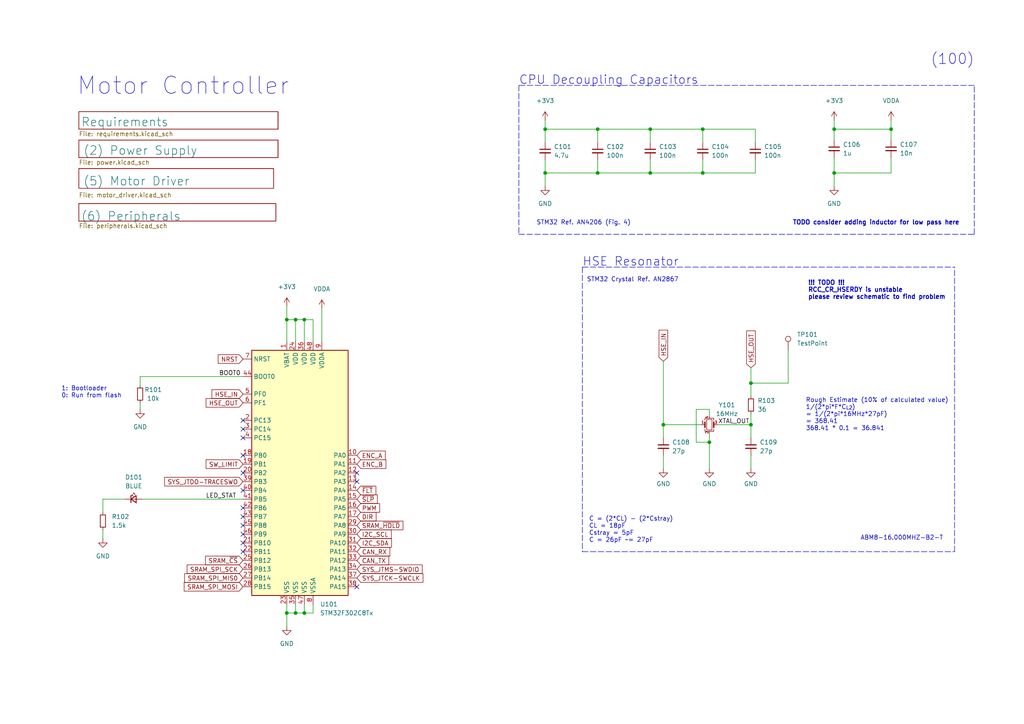
<source format=kicad_sch>
(kicad_sch (version 20211123) (generator eeschema)
  (paper "A4")
  (title_block (title "Microcontroller") (date "2022-10-30") (rev "HULA - 0.2") (company "Alexander S. Adranly"))
  (lib_symbols
    (symbol "Connector:TestPoint" (pin_numbers hide) (pin_names (offset 0.762) hide)
      (property "Reference" "TP" (at 0 6.858 0))
      (property "Value" "TestPoint" (at 0 5.08 0))
      (symbol "TestPoint_0_1"
        (circle (center 0 3.302) (radius 0.762))
      )
      (symbol "TestPoint_1_1"
        (pin passive line (at 0 0 90) (length 2.54) (name "1") (number "1"))
      )
    )
    (symbol "Device:C_Small" (pin_numbers hide) (pin_names (offset 0.254) hide)
      (property "Reference" "C" (at 0.254 1.778 0))
      (property "Value" "C_Small" (at 0.254 -2.032 0))
      (symbol "C_Small_0_1"
        (polyline (pts (xy -1.524 -0.508) (xy 1.524 -0.508)) (stroke (width 0.3302)))
        (polyline (pts (xy -1.524 0.508) (xy 1.524 0.508)) (stroke (width 0.3048)))
      )
      (symbol "C_Small_1_1"
        (pin passive line (at 0 2.54 270) (length 2.032) (name "~") (number "1"))
        (pin passive line (at 0 -2.54 90) (length 2.032) (name "~") (number "2"))
      )
    )
    (symbol "Device:Crystal_GND24_Small" (pin_names (offset 1.016) hide)
      (property "Reference" "Y" (at 1.27 4.445 0))
      (property "Value" "Crystal_GND24_Small" (at 1.27 2.54 0))
      (symbol "Crystal_GND24_Small_0_1"
        (rectangle (start -0.762 -1.524) (end 0.762 1.524))
        (polyline (pts (xy -1.27 -0.762) (xy -1.27 0.762)) (stroke (width 0.381)))
        (polyline (pts (xy 1.27 -0.762) (xy 1.27 0.762)) (stroke (width 0.381)))
        (polyline (pts (xy -1.27 -1.27) (xy -1.27 -1.905) (xy 1.27 -1.905) (xy 1.27 -1.27)))
        (polyline (pts (xy -1.27 1.27) (xy -1.27 1.905) (xy 1.27 1.905) (xy 1.27 1.27)))
      )
      (symbol "Crystal_GND24_Small_1_1"
        (pin passive line (at -2.54 0 0) (length 1.27) (name "1") (number "1"))
        (pin passive line (at 0 -2.54 90) (length 0.635) (name "2") (number "2"))
        (pin passive line (at 2.54 0 180) (length 1.27) (name "3") (number "3"))
        (pin passive line (at 0 2.54 270) (length 0.635) (name "4") (number "4"))
      )
    )
    (symbol "Device:LED_Small" (pin_numbers hide) (pin_names (offset 0.254) hide)
      (property "Reference" "D" (at -1.27 3.175 0))
      (property "Value" "LED_Small" (at -4.445 -2.54 0))
      (symbol "LED_Small_0_1"
        (polyline (pts (xy -0.762 -1.016) (xy -0.762 1.016)) (stroke (width 0.254)))
        (polyline (pts (xy 1.016 0) (xy -0.762 0)))
        (polyline (pts (xy 0.762 -1.016) (xy -0.762 0) (xy 0.762 1.016) (xy 0.762 -1.016)) (stroke (width 0.254)))
        (polyline (pts (xy 0 0.762) (xy -0.508 1.27) (xy -0.254 1.27) (xy -0.508 1.27) (xy -0.508 1.016)))
        (polyline (pts (xy 0.508 1.27) (xy 0 1.778) (xy 0.254 1.778) (xy 0 1.778) (xy 0 1.524)))
      )
      (symbol "LED_Small_1_1"
        (pin passive line (at -2.54 0 0) (length 1.778) (name "K") (number "1"))
        (pin passive line (at 2.54 0 180) (length 1.778) (name "A") (number "2"))
      )
    )
    (symbol "Device:R_Small" (pin_numbers hide) (pin_names (offset 0.254) hide)
      (property "Reference" "R" (at 0.762 0.508 0))
      (property "Value" "R_Small" (at 0.762 -1.016 0))
      (symbol "R_Small_0_1"
        (rectangle (start -0.762 1.778) (end 0.762 -1.778) (stroke (width 0.2032)))
      )
      (symbol "R_Small_1_1"
        (pin passive line (at 0 2.54 270) (length 0.762) (name "~") (number "1"))
        (pin passive line (at 0 -2.54 90) (length 0.762) (name "~") (number "2"))
      )
    )
    (symbol "MCU_ST_STM32F3:STM32F302C8Tx"
      (property "Reference" "U" (at -15.24 36.83 0))
      (property "Value" "STM32F302C8Tx" (at 7.62 36.83 0))
      (symbol "STM32F302C8Tx_0_1"
        (rectangle (start -15.24 -35.56) (end 12.7 35.56) (stroke (width 0.254)) (fill (type background)))
      )
      (symbol "STM32F302C8Tx_1_1"
        (pin power_in line (at -5.08 38.1 270) (length 2.54) (name "VBAT") (number "1"))
        (pin bidirectional line (at 15.24 5.08 180) (length 2.54) (name "PA0") (number "10"))
        (pin bidirectional line (at 15.24 2.54 180) (length 2.54) (name "PA1") (number "11"))
        (pin bidirectional line (at 15.24 0 180) (length 2.54) (name "PA2") (number "12"))
        (pin bidirectional line (at 15.24 -2.54 180) (length 2.54) (name "PA3") (number "13"))
        (pin bidirectional line (at 15.24 -5.08 180) (length 2.54) (name "PA4") (number "14"))
        (pin bidirectional line (at 15.24 -7.62 180) (length 2.54) (name "PA5") (number "15"))
        (pin bidirectional line (at 15.24 -10.16 180) (length 2.54) (name "PA6") (number "16"))
        (pin bidirectional line (at 15.24 -12.7 180) (length 2.54) (name "PA7") (number "17"))
        (pin bidirectional line (at -17.78 5.08 0) (length 2.54) (name "PB0") (number "18"))
        (pin bidirectional line (at -17.78 2.54 0) (length 2.54) (name "PB1") (number "19"))
        (pin bidirectional line (at -17.78 15.24 0) (length 2.54) (name "PC13") (number "2"))
        (pin bidirectional line (at -17.78 0 0) (length 2.54) (name "PB2") (number "20"))
        (pin bidirectional line (at -17.78 -20.32 0) (length 2.54) (name "PB10") (number "21"))
        (pin bidirectional line (at -17.78 -22.86 0) (length 2.54) (name "PB11") (number "22"))
        (pin power_in line (at -5.08 -38.1 90) (length 2.54) (name "VSS") (number "23"))
        (pin power_in line (at -2.54 38.1 270) (length 2.54) (name "VDD") (number "24"))
        (pin bidirectional line (at -17.78 -25.4 0) (length 2.54) (name "PB12") (number "25"))
        (pin bidirectional line (at -17.78 -27.94 0) (length 2.54) (name "PB13") (number "26"))
        (pin bidirectional line (at -17.78 -30.48 0) (length 2.54) (name "PB14") (number "27"))
        (pin bidirectional line (at -17.78 -33.02 0) (length 2.54) (name "PB15") (number "28"))
        (pin bidirectional line (at 15.24 -15.24 180) (length 2.54) (name "PA8") (number "29"))
        (pin bidirectional line (at -17.78 12.7 0) (length 2.54) (name "PC14") (number "3"))
        (pin bidirectional line (at 15.24 -17.78 180) (length 2.54) (name "PA9") (number "30"))
        (pin bidirectional line (at 15.24 -20.32 180) (length 2.54) (name "PA10") (number "31"))
        (pin bidirectional line (at 15.24 -22.86 180) (length 2.54) (name "PA11") (number "32"))
        (pin bidirectional line (at 15.24 -25.4 180) (length 2.54) (name "PA12") (number "33"))
        (pin bidirectional line (at 15.24 -27.94 180) (length 2.54) (name "PA13") (number "34"))
        (pin power_in line (at -2.54 -38.1 90) (length 2.54) (name "VSS") (number "35"))
        (pin power_in line (at 0 38.1 270) (length 2.54) (name "VDD") (number "36"))
        (pin bidirectional line (at 15.24 -30.48 180) (length 2.54) (name "PA14") (number "37"))
        (pin bidirectional line (at 15.24 -33.02 180) (length 2.54) (name "PA15") (number "38"))
        (pin bidirectional line (at -17.78 -2.54 0) (length 2.54) (name "PB3") (number "39"))
        (pin bidirectional line (at -17.78 10.16 0) (length 2.54) (name "PC15") (number "4"))
        (pin bidirectional line (at -17.78 -5.08 0) (length 2.54) (name "PB4") (number "40"))
        (pin bidirectional line (at -17.78 -7.62 0) (length 2.54) (name "PB5") (number "41"))
        (pin bidirectional line (at -17.78 -10.16 0) (length 2.54) (name "PB6") (number "42"))
        (pin bidirectional line (at -17.78 -12.7 0) (length 2.54) (name "PB7") (number "43"))
        (pin input line (at -17.78 27.94 0) (length 2.54) (name "BOOT0") (number "44"))
        (pin bidirectional line (at -17.78 -15.24 0) (length 2.54) (name "PB8") (number "45"))
        (pin bidirectional line (at -17.78 -17.78 0) (length 2.54) (name "PB9") (number "46"))
        (pin power_in line (at 0 -38.1 90) (length 2.54) (name "VSS") (number "47"))
        (pin power_in line (at 2.54 38.1 270) (length 2.54) (name "VDD") (number "48"))
        (pin input line (at -17.78 22.86 0) (length 2.54) (name "PF0") (number "5"))
        (pin input line (at -17.78 20.32 0) (length 2.54) (name "PF1") (number "6"))
        (pin input line (at -17.78 33.02 0) (length 2.54) (name "NRST") (number "7"))
        (pin power_in line (at 2.54 -38.1 90) (length 2.54) (name "VSSA") (number "8"))
        (pin power_in line (at 5.08 38.1 270) (length 2.54) (name "VDDA") (number "9"))
      )
    )
    (symbol "power:+3.3V" (power) (pin_names (offset 0))
      (property "Value" "+3.3V" (at 0 3.556 0))
      (symbol "+3.3V_0_1"
        (polyline (pts (xy -0.762 1.27) (xy 0 2.54)))
        (polyline (pts (xy 0 0) (xy 0 2.54)))
        (polyline (pts (xy 0 2.54) (xy 0.762 1.27)))
      )
      (symbol "+3.3V_1_1"
        (pin power_in line (at 0 0 90) (length 0) hide (name "+3V3") (number "1"))
      )
    )
    (symbol "power:GND" (power) (pin_names (offset 0))
      (property "Value" "GND" (at 0 -3.81 0))
      (symbol "GND_0_1"
        (polyline (pts (xy 0 0) (xy 0 -1.27) (xy 1.27 -1.27) (xy 0 -2.54) (xy -1.27 -1.27) (xy 0 -1.27)))
      )
      (symbol "GND_1_1"
        (pin power_in line (at 0 0 270) (length 0) hide (name "GND") (number "1"))
      )
    )
    (symbol "power:VDDA" (power) (pin_names (offset 0))
      (property "Value" "VDDA" (at 0 3.81 0))
      (symbol "VDDA_0_1"
        (polyline (pts (xy -0.762 1.27) (xy 0 2.54)))
        (polyline (pts (xy 0 0) (xy 0 2.54)))
        (polyline (pts (xy 0 2.54) (xy 0.762 1.27)))
      )
      (symbol "VDDA_1_1"
        (pin power_in line (at 0 0 90) (length 0) hide (name "VDDA") (number "1"))
      )
    )
  )
  (junction (at 173.355 37.465))
  (junction (at 83.185 177.8))
  (junction (at 241.935 50.165))
  (junction (at 205.74 128.27))
  (junction (at 217.805 111.125))
  (junction (at 88.265 92.71))
  (junction (at 203.835 50.165))
  (junction (at 83.185 92.71))
  (junction (at 188.595 50.165))
  (junction (at 217.805 123.19))
  (junction (at 188.595 37.465))
  (junction (at 173.355 50.165))
  (junction (at 85.725 177.8))
  (junction (at 85.725 92.71))
  (junction (at 158.115 50.165))
  (junction (at 203.835 37.465))
  (junction (at 241.935 37.465))
  (junction (at 158.115 37.465))
  (junction (at 258.445 37.465))
  (junction (at 88.265 177.8))
  (junction (at 192.405 123.19))
  (no_connect (at 70.485 154.94))
  (no_connect (at 70.485 152.4))
  (no_connect (at 103.505 137.16))
  (no_connect (at 70.485 157.48))
  (no_connect (at 70.485 160.02))
  (no_connect (at 70.485 132.08))
  (no_connect (at 70.485 137.16))
  (no_connect (at 70.485 142.24))
  (no_connect (at 70.485 121.92))
  (no_connect (at 70.485 124.46))
  (no_connect (at 70.485 127))
  (no_connect (at 70.485 147.32))
  (no_connect (at 70.485 149.86))
  (no_connect (at 103.505 170.18))
  (no_connect (at 103.505 139.7))
  (wire (pts (xy 83.185 175.26) (xy 83.185 177.8)))
  (wire (pts (xy 217.805 120.015) (xy 217.805 123.19)))
  (wire (pts (xy 90.805 92.71) (xy 88.265 92.71)))
  (wire (pts (xy 88.265 99.06) (xy 88.265 92.71)))
  (wire (pts (xy 41.275 144.78) (xy 70.485 144.78)))
  (wire (pts (xy 208.28 123.19) (xy 217.805 123.19)))
  (wire (pts (xy 90.805 175.26) (xy 90.805 177.8)))
  (wire (pts (xy 217.805 135.89) (xy 217.805 132.08)))
  (wire (pts (xy 29.845 144.78) (xy 36.195 144.78)))
  (polyline (pts (xy 276.86 160.02) (xy 276.86 77.47)))
  (wire (pts (xy 40.64 111.76) (xy 40.64 109.22)))
  (wire (pts (xy 205.74 125.73) (xy 205.74 128.27)))
  (wire (pts (xy 205.74 128.27) (xy 205.74 135.89)))
  (wire (pts (xy 258.445 50.165) (xy 241.935 50.165)))
  (wire (pts (xy 40.64 118.745) (xy 40.64 116.84)))
  (wire (pts (xy 228.6 111.125) (xy 217.805 111.125)))
  (polyline (pts (xy 168.91 77.47) (xy 168.91 160.02)))
  (wire (pts (xy 192.405 123.19) (xy 192.405 127)))
  (polyline (pts (xy 150.495 24.765) (xy 150.495 67.945)))
  (wire (pts (xy 205.74 118.745) (xy 201.93 118.745)))
  (wire (pts (xy 188.595 50.165) (xy 173.355 50.165)))
  (wire (pts (xy 241.935 37.465) (xy 241.935 40.64)))
  (wire (pts (xy 173.355 46.355) (xy 173.355 50.165)))
  (wire (pts (xy 219.075 50.165) (xy 203.835 50.165)))
  (wire (pts (xy 90.805 99.06) (xy 90.805 92.71)))
  (wire (pts (xy 219.075 41.275) (xy 219.075 37.465)))
  (wire (pts (xy 258.445 40.64) (xy 258.445 37.465)))
  (wire (pts (xy 88.265 175.26) (xy 88.265 177.8)))
  (wire (pts (xy 203.835 50.165) (xy 188.595 50.165)))
  (wire (pts (xy 258.445 34.925) (xy 258.445 37.465)))
  (wire (pts (xy 201.93 128.27) (xy 205.74 128.27)))
  (wire (pts (xy 173.355 37.465) (xy 188.595 37.465)))
  (wire (pts (xy 258.445 45.72) (xy 258.445 50.165)))
  (polyline (pts (xy 168.91 77.47) (xy 276.86 77.47)))
  (wire (pts (xy 158.115 37.465) (xy 158.115 41.275)))
  (wire (pts (xy 192.405 123.19) (xy 203.2 123.19)))
  (wire (pts (xy 205.74 120.65) (xy 205.74 118.745)))
  (wire (pts (xy 188.595 41.275) (xy 188.595 37.465)))
  (wire (pts (xy 83.185 92.71) (xy 83.185 99.06)))
  (wire (pts (xy 219.075 37.465) (xy 203.835 37.465)))
  (wire (pts (xy 241.935 34.925) (xy 241.935 37.465)))
  (wire (pts (xy 173.355 41.275) (xy 173.355 37.465)))
  (wire (pts (xy 85.725 92.71) (xy 83.185 92.71)))
  (wire (pts (xy 93.345 89.535) (xy 93.345 99.06)))
  (wire (pts (xy 158.115 34.925) (xy 158.115 37.465)))
  (wire (pts (xy 258.445 37.465) (xy 241.935 37.465)))
  (wire (pts (xy 40.64 109.22) (xy 70.485 109.22)))
  (polyline (pts (xy 282.575 67.945) (xy 282.575 24.765)))
  (wire (pts (xy 83.185 88.9) (xy 83.185 92.71)))
  (wire (pts (xy 241.935 50.165) (xy 241.935 53.975)))
  (wire (pts (xy 88.265 92.71) (xy 85.725 92.71)))
  (wire (pts (xy 88.265 177.8) (xy 85.725 177.8)))
  (wire (pts (xy 158.115 37.465) (xy 173.355 37.465)))
  (wire (pts (xy 158.115 46.355) (xy 158.115 50.165)))
  (wire (pts (xy 217.805 106.68) (xy 217.805 111.125)))
  (wire (pts (xy 29.845 148.59) (xy 29.845 144.78)))
  (wire (pts (xy 83.185 177.8) (xy 83.185 181.61)))
  (wire (pts (xy 201.93 118.745) (xy 201.93 128.27)))
  (polyline (pts (xy 282.575 24.765) (xy 150.495 24.765)))
  (wire (pts (xy 188.595 37.465) (xy 203.835 37.465)))
  (wire (pts (xy 90.805 177.8) (xy 88.265 177.8)))
  (wire (pts (xy 85.725 99.06) (xy 85.725 92.71)))
  (wire (pts (xy 192.405 135.89) (xy 192.405 132.08)))
  (wire (pts (xy 85.725 175.26) (xy 85.725 177.8)))
  (polyline (pts (xy 168.91 160.02) (xy 276.86 160.02)))
  (wire (pts (xy 29.845 156.21) (xy 29.845 153.67)))
  (wire (pts (xy 203.835 41.275) (xy 203.835 37.465)))
  (wire (pts (xy 85.725 177.8) (xy 83.185 177.8)))
  (wire (pts (xy 158.115 50.165) (xy 158.115 53.975)))
  (wire (pts (xy 219.075 46.355) (xy 219.075 50.165)))
  (wire (pts (xy 217.805 111.125) (xy 217.805 114.935)))
  (wire (pts (xy 241.935 45.72) (xy 241.935 50.165)))
  (wire (pts (xy 203.835 46.355) (xy 203.835 50.165)))
  (wire (pts (xy 192.405 104.775) (xy 192.405 123.19)))
  (wire (pts (xy 228.6 101.6) (xy 228.6 111.125)))
  (wire (pts (xy 217.805 123.19) (xy 217.805 127)))
  (wire (pts (xy 173.355 50.165) (xy 158.115 50.165)))
  (wire (pts (xy 188.595 46.355) (xy 188.595 50.165)))
  (polyline (pts (xy 150.495 67.945) (xy 282.575 67.945)))
  (text "Motor Controller" (at 22.225 27.94 0) (effects (font (size 5 5)) (justify left bottom)))
  (text "Rough Estimate (10% of calculated value)\n1/(2*pi*F*C_{L2})\n= 1/(2*pi*16MHz*27pF)\n= 368.41\n368.41 * 0.1 = 36.841" (at 233.68 125.095 0) (effects (font (size 1.27 1.27)) (justify left bottom)))
  (text "1: Bootloader\n0: Run from flash" (at 17.78 115.57 0) (effects (font (size 1.27 1.27)) (justify left bottom)))
  (text "!!! TODO !!!\nRCC_CR_HSERDY is unstable\nplease review schematic to find problem" (at 234.315 86.995 0) (effects (font (size 1.27 1.27) (thickness 0.254) bold) (justify left bottom)))
  (text "HSE Resonator" (at 168.91 77.47 0) (effects (font (size 2.5 2.5)) (justify left bottom)))
  (text "TODO consider adding inductor for low pass here" (at 229.87 65.405 0) (effects (font (size 1.27 1.27) (thickness 0.254) bold) (justify left bottom)))
  (text "CPU Decoupling Capacitors" (at 150.495 24.765 0) (effects (font (size 2.5 2.5)) (justify left bottom)))
  (text "STM32 Ref. AN4206 (Fig. 4)" (at 155.575 65.405 0) (effects (font (size 1.27 1.27)) (justify left bottom)))
  (text "STM32 Crystal Ref. AN2867" (at 170.18 81.915 0) (effects (font (size 1.27 1.27)) (justify left bottom)))
  (text "(100)" (at 269.875 19.05 0) (effects (font (size 3 3)) (justify left bottom)))
  (text "C = (2*CL) - (2*Cstray)\nCL = 18pF\nCstray = 5pF\nC = 26pF ~= 27pF" (at 170.815 157.48 0) (effects (font (size 1.27 1.27)) (justify left bottom)))
  (text "ABM8-16.000MHZ-B2-T" (at 249.555 156.845 0) (effects (font (size 1.27 1.27)) (justify left bottom)))
  (label "BOOT0" (at 63.5 109.22 0))
  (label "XTAL_OUT" (at 208.28 123.19 0))
  (label "LED_STAT" (at 59.69 144.78 0))
  (global_label "HSE_OUT" (shape input) (at 70.485 116.84 180) (property "Intersheet References" "${INTERSHEET_REFS}" (effects hide)))
  (global_label "CAN_RX" (shape input) (at 103.505 160.02 0) (property "Intersheet References" "${INTERSHEET_REFS}" (effects hide)))
  (global_label "DIR" (shape input) (at 103.505 149.86 0) (property "Intersheet References" "${INTERSHEET_REFS}" (effects hide)))
  (global_label "SRAM_~{CS}" (shape input) (at 70.485 162.56 180) (property "Intersheet References" "${INTERSHEET_REFS}" (effects hide)))
  (global_label "I2C_SCL" (shape input) (at 103.505 154.94 0) (property "Intersheet References" "${INTERSHEET_REFS}" (effects hide)))
  (global_label "SRAM_SPI_MOSI" (shape input) (at 70.485 170.18 180) (property "Intersheet References" "${INTERSHEET_REFS}" (effects hide)))
  (global_label "I2C_SDA" (shape input) (at 103.505 157.48 0) (property "Intersheet References" "${INTERSHEET_REFS}" (effects hide)))
  (global_label "SYS_JTCK-SWCLK" (shape input) (at 103.505 167.64 0) (property "Intersheet References" "${INTERSHEET_REFS}" (effects hide)))
  (global_label "NRST" (shape input) (at 70.485 104.14 180) (property "Intersheet References" "${INTERSHEET_REFS}" (effects hide)))
  (global_label "SYS_JTDO-TRACESWO" (shape input) (at 70.485 139.7 180) (property "Intersheet References" "${INTERSHEET_REFS}" (effects hide)))
  (global_label "~{FLT}" (shape input) (at 103.505 142.24 0) (property "Intersheet References" "${INTERSHEET_REFS}" (effects hide)))
  (global_label "HSE_OUT" (shape input) (at 217.805 106.68 90) (property "Intersheet References" "${INTERSHEET_REFS}" (effects hide)))
  (global_label "SRAM_SPI_SCK" (shape input) (at 70.485 165.1 180) (property "Intersheet References" "${INTERSHEET_REFS}" (effects hide)))
  (global_label "~{SLP}" (shape input) (at 103.505 144.78 0) (property "Intersheet References" "${INTERSHEET_REFS}" (effects hide)))
  (global_label "SW_LIMIT" (shape input) (at 70.485 134.62 180) (property "Intersheet References" "${INTERSHEET_REFS}" (effects hide)))
  (global_label "SRAM_SPI_MIS0" (shape input) (at 70.485 167.64 180) (property "Intersheet References" "${INTERSHEET_REFS}" (effects hide)))
  (global_label "HSE_IN" (shape input) (at 192.405 104.775 90) (property "Intersheet References" "${INTERSHEET_REFS}" (effects hide)))
  (global_label "ENC_B" (shape input) (at 103.505 134.62 0) (property "Intersheet References" "${INTERSHEET_REFS}" (effects hide)))
  (global_label "PWM" (shape input) (at 103.505 147.32 0) (property "Intersheet References" "${INTERSHEET_REFS}" (effects hide)))
  (global_label "CAN_TX" (shape input) (at 103.505 162.56 0) (property "Intersheet References" "${INTERSHEET_REFS}" (effects hide)))
  (global_label "HSE_IN" (shape input) (at 70.485 114.3 180) (property "Intersheet References" "${INTERSHEET_REFS}" (effects hide)))
  (global_label "SRAM_~{HOLD}" (shape input) (at 103.505 152.4 0) (property "Intersheet References" "${INTERSHEET_REFS}" (effects hide)))
  (global_label "ENC_A" (shape input) (at 103.505 132.08 0) (property "Intersheet References" "${INTERSHEET_REFS}" (effects hide)))
  (global_label "SYS_JTMS-SWDIO" (shape input) (at 103.505 165.1 0) (property "Intersheet References" "${INTERSHEET_REFS}" (effects hide)))
  (symbol (lib_id "Device:LED_Small") (at 38.735 144.78 0) (unit 1)
    (property "Reference" "D101" (at 38.7985 138.43 0))
    (property "Value" "BLUE" (at 38.7985 140.97 0))
    (property "Footprint" "LED_SMD:LED_0603_1608Metric" (effects hide))
    (property "Manufacturer_Name" "Everlight Elec" (effects hide))
    (property "Manufacturer_Part_Number" "19-217/BHC-ZL1M2RY/3T" (effects hide))
  )
  (symbol (lib_id "Device:C_Small") (at 158.115 43.815 0) (unit 1)
    (property "Reference" "C101" (at 160.655 42.5512 0) (effects (justify left)))
    (property "Value" "4.7u" (at 160.655 45.0912 0) (effects (justify left)))
    (property "Footprint" "Capacitor_SMD:C_0603_1608Metric" (effects hide))
    (property "Manufacturer_Name" "Samsung Electro-Mechanics" (effects hide))
    (property "Manufacturer_Part_Number" "CL10A475KO8NNNC" (effects hide))
    (property "Description" "MLCC, 10%" (effects hide))
  )
  (symbol (lib_id "power:GND") (at 192.405 135.89 0) (unit 1)
    (property "Reference" "#PWR01" (effects hide))
    (property "Value" "GND" (at 192.405 140.335 0))
  )
  (symbol (lib_id "Device:C_Small") (at 192.405 129.54 0) (unit 1)
    (property "Reference" "C108" (at 194.945 128.2762 0) (effects (justify left)))
    (property "Value" "27p" (at 194.945 130.8162 0) (effects (justify left)))
    (property "Footprint" "Capacitor_SMD:C_0603_1608Metric" (effects hide))
    (property "Manufacturer_Name" "Murata Electronics" (effects hide))
    (property "Manufacturer_Part_Number" "GRM1885C1H270FA01D" (effects hide))
    (property "Description" "MLCC, 1%" (effects hide))
  )
  (symbol (lib_id "power:GND") (at 205.74 135.89 0) (unit 1)
    (property "Reference" "#PWR03" (effects hide))
    (property "Value" "GND" (at 205.74 140.335 0))
  )
  (symbol (lib_id "power:+3.3V") (at 241.935 34.925 0) (unit 1)
    (property "Reference" "#PWR011" (effects hide))
    (property "Value" "+3.3V" (at 241.935 29.21 0))
  )
  (symbol (lib_id "power:GND") (at 217.805 135.89 0) (unit 1)
    (property "Reference" "#PWR04" (effects hide))
    (property "Value" "GND" (at 217.805 140.335 0))
  )
  (symbol (lib_id "Device:C_Small") (at 217.805 129.54 0) (unit 1)
    (property "Reference" "C109" (at 220.345 128.2762 0) (effects (justify left)))
    (property "Value" "27p" (at 220.345 130.8162 0) (effects (justify left)))
    (property "Footprint" "Capacitor_SMD:C_0603_1608Metric" (effects hide))
    (property "Manufacturer_Name" "Murata Electronics" (effects hide))
    (property "Manufacturer_Part_Number" "GRM1885C1H270FA01D" (effects hide))
    (property "Description" "MLCC, 1%" (effects hide))
  )
  (symbol (lib_id "Device:R_Small") (at 29.845 151.13 0) (unit 1)
    (property "Reference" "R102" (at 32.385 149.8599 0) (effects (justify left)))
    (property "Value" "1.5k" (at 32.385 152.3999 0) (effects (justify left)))
    (property "Footprint" "Resistor_SMD:R_0603_1608Metric" (effects hide))
    (property "Manufacturer_Name" "UNI-ROYAL(Uniroyal Elec)" (effects hide))
    (property "Manufacturer_Part_Number" "0603WAF1501T5E" (effects hide))
  )
  (symbol (lib_id "Device:C_Small") (at 241.935 43.18 0) (unit 1)
    (property "Reference" "C106" (at 244.475 41.9162 0) (effects (justify left)))
    (property "Value" "1u" (at 244.475 44.4562 0) (effects (justify left)))
    (property "Footprint" "Capacitor_SMD:C_0603_1608Metric" (effects hide))
    (property "Manufacturer_Name" "Samsung Electro-Mechanics" (effects hide))
    (property "Manufacturer_Part_Number" "CL10A105KB8NNNC" (effects hide))
    (property "Description" "MLCC, 10%" (effects hide))
  )
  (symbol (lib_id "Device:C_Small") (at 203.835 43.815 0) (unit 1)
    (property "Reference" "C104" (at 206.375 42.5512 0) (effects (justify left)))
    (property "Value" "100n" (at 206.375 45.0912 0) (effects (justify left)))
    (property "Footprint" "Capacitor_SMD:C_0402_1005Metric" (effects hide))
    (property "Manufacturer_Name" "Samsung Electro-Mechanics" (effects hide))
    (property "Manufacturer_Part_Number" "CL05B104KB54PNC" (effects hide))
    (property "Description" "MLCC, 10%" (effects hide))
  )
  (symbol (lib_id "power:+3.3V") (at 158.115 34.925 0) (unit 1)
    (property "Reference" "#PWR09" (effects hide))
    (property "Value" "+3.3V" (at 158.115 29.21 0))
  )
  (symbol (lib_id "Device:C_Small") (at 258.445 43.18 0) (unit 1)
    (property "Reference" "C107" (at 260.985 41.9162 0) (effects (justify left)))
    (property "Value" "10n" (at 260.985 44.4562 0) (effects (justify left)))
    (property "Footprint" "Capacitor_SMD:C_0402_1005Metric" (effects hide))
    (property "Manufacturer_Name" "Samsung Electro-Mechanics" (effects hide))
    (property "Manufacturer_Part_Number" "CL05B103KB5NNNC" (effects hide))
    (property "Description" "MLCC, 10%" (effects hide))
  )
  (symbol (lib_id "power:VDDA") (at 93.345 89.535 0) (unit 1)
    (property "Reference" "#PWR0102" (effects hide))
    (property "Value" "VDDA" (at 93.345 83.82 0))
  )
  (symbol (lib_id "power:VDDA") (at 258.445 34.925 0) (unit 1)
    (property "Reference" "#PWR0101" (effects hide))
    (property "Value" "VDDA" (at 258.445 29.21 0))
  )
  (symbol (lib_id "Connector:TestPoint") (at 228.6 101.6 0) (unit 1)
    (property "Reference" "TP101" (at 231.14 97.0279 0) (effects (justify left)))
    (property "Value" "TestPoint" (at 231.14 99.5679 0) (effects (justify left)))
    (property "Footprint" "TestPoint:TestPoint_Pad_1.5x1.5mm" (effects hide))
  )
  (symbol (lib_id "Device:R_Small") (at 217.805 117.475 0) (unit 1)
    (property "Reference" "R103" (at 219.71 116.2049 0) (effects (justify left)))
    (property "Value" "36" (at 219.71 118.7449 0) (effects (justify left)))
    (property "Footprint" "Resistor_SMD:R_0402_1005Metric" (effects hide))
    (property "Manufacturer_Name" "RALEC" (effects hide))
    (property "Manufacturer_Part_Number" "RTT0236R0FTH" (effects hide))
  )
  (symbol (lib_id "power:GND") (at 29.845 156.21 0) (unit 1)
    (property "Reference" "#PWR05" (effects hide))
    (property "Value" "GND" (at 29.845 161.29 0))
  )
  (symbol (lib_id "Device:Crystal_GND24_Small") (at 205.74 123.19 0) (unit 1)
    (property "Reference" "Y101" (at 210.82 117.475 0))
    (property "Value" "16MHz" (at 210.82 120.015 0))
    (property "Footprint" "SamacSys_Parts:ABM816000MHZB2T" (effects hide))
    (property "Manufacturer_Name" "Abracon LLC" (effects hide))
    (property "Manufacturer_Part_Number" "ABM8-16.000MHZ-B2-T" (effects hide))
  )
  (symbol (lib_id "power:GND") (at 40.64 118.745 0) (unit 1)
    (property "Reference" "#PWR06" (effects hide))
    (property "Value" "GND" (at 40.64 123.825 0))
  )
  (symbol (lib_id "power:+3.3V") (at 83.185 88.9 0) (unit 1)
    (property "Reference" "#PWR07" (effects hide))
    (property "Value" "+3.3V" (at 83.185 83.185 0))
  )
  (symbol (lib_id "power:GND") (at 83.185 181.61 0) (unit 1)
    (property "Reference" "#PWR010" (effects hide))
    (property "Value" "GND" (at 83.185 186.69 0))
  )
  (symbol (lib_id "Device:C_Small") (at 188.595 43.815 0) (unit 1)
    (property "Reference" "C103" (at 191.135 42.5512 0) (effects (justify left)))
    (property "Value" "100n" (at 191.135 45.0912 0) (effects (justify left)))
    (property "Footprint" "Capacitor_SMD:C_0402_1005Metric" (effects hide))
    (property "Manufacturer_Name" "Samsung Electro-Mechanics" (effects hide))
    (property "Manufacturer_Part_Number" "CL05B104KB54PNC" (effects hide))
    (property "Description" "MLCC, 10%" (effects hide))
  )
  (symbol (lib_id "power:GND") (at 158.115 53.975 0) (unit 1)
    (property "Reference" "#PWR08" (effects hide))
    (property "Value" "GND" (at 158.115 59.055 0))
  )
  (symbol (lib_id "Device:R_Small") (at 40.64 114.3 180) (unit 1)
    (property "Reference" "R101" (at 44.45 113.03 0))
    (property "Value" "10k" (at 44.45 115.57 0))
    (property "Footprint" "Resistor_SMD:R_0603_1608Metric" (effects hide))
    (property "Manufacturer_Name" "UNI-ROYAL(Uniroyal Elec)" (effects hide))
    (property "Manufacturer_Part_Number" "0603WAF1002T5E" (effects hide))
  )
  (symbol (lib_id "Device:C_Small") (at 219.075 43.815 0) (unit 1)
    (property "Reference" "C105" (at 221.615 42.5512 0) (effects (justify left)))
    (property "Value" "100n" (at 221.615 45.0912 0) (effects (justify left)))
    (property "Footprint" "Capacitor_SMD:C_0402_1005Metric" (effects hide))
    (property "Manufacturer_Name" "Samsung Electro-Mechanics" (effects hide))
    (property "Manufacturer_Part_Number" "CL05B104KB54PNC" (effects hide))
    (property "Description" "MLCC, 10%" (effects hide))
  )
  (symbol (lib_id "MCU_ST_STM32F3:STM32F302C8Tx") (at 88.265 137.16 0) (unit 1)
    (property "Reference" "U101" (at 92.8244 175.26 0) (effects (justify left)))
    (property "Value" "STM32F302C8Tx" (at 92.8244 177.8 0) (effects (justify left)))
    (property "Footprint" "Package_QFP:LQFP-48_7x7mm_P0.5mm" (effects hide))
    (property "Datasheet" "http://www.st.com/st-web-ui/static/active/en/resource/technical/document/datasheet/DM00093333.pdf" (effects hide))
    (property "Manufacturer_Name" "STMicroelectronics" (effects hide))
    (property "Manufacturer_Part_Number" "STM32F302C8T6" (effects hide))
  )
  (symbol (lib_id "power:GND") (at 241.935 53.975 0) (unit 1)
    (property "Reference" "#PWR013" (effects hide))
    (property "Value" "GND" (at 241.935 59.055 0))
  )
  (symbol (lib_id "Device:C_Small") (at 173.355 43.815 0) (unit 1)
    (property "Reference" "C102" (at 175.895 42.5512 0) (effects (justify left)))
    (property "Value" "100n" (at 175.895 45.0912 0) (effects (justify left)))
    (property "Footprint" "Capacitor_SMD:C_0402_1005Metric" (effects hide))
    (property "Manufacturer_Name" "Samsung Electro-Mechanics" (effects hide))
    (property "Manufacturer_Part_Number" "CL05B104KB54PNC" (effects hide))
    (property "Description" "MLCC, 10%" (effects hide))
  )
  (sheet (at 22.86 48.895) (size 56.515 5.715) (stroke (width 0.1524))
    (property "Sheet name" "(5) Motor Driver" (at 24.13 53.975 0) (effects (font (size 2.5 2.5)) (justify left bottom)))
    (property "Sheet file" "motor_driver.kicad_sch" (at 22.86 55.8296 0) (effects (justify left top)))
  )
  (sheet (at 22.86 40.64) (size 57.785 5.08) (stroke (width 0.1524))
    (property "Sheet name" "(2) Power Supply" (at 24.13 45.085 0) (effects (font (size 2.5 2.5)) (justify left bottom)))
    (property "Sheet file" "power.kicad_sch" (at 22.86 46.355 0) (effects (justify left top)))
  )
  (sheet (at 22.86 59.055) (size 57.15 5.08) (stroke (width 0.1524))
    (property "Sheet name" "(6) Peripherals" (at 23.495 64.135 0) (effects (font (size 2.5 2.5)) (justify left bottom)))
    (property "Sheet file" "peripherals.kicad_sch" (at 22.86 64.77 0) (effects (justify left top)))
  )
  (sheet (at 22.86 32.385) (size 57.785 5.08) (stroke (width 0.1524))
    (property "Sheet name" "Requirements" (at 23.495 36.83 0) (effects (font (size 2.5 2.5)) (justify left bottom)))
    (property "Sheet file" "requirements.kicad_sch" (at 22.86 38.1 0) (effects (justify left top)))
  )
)
</source>
